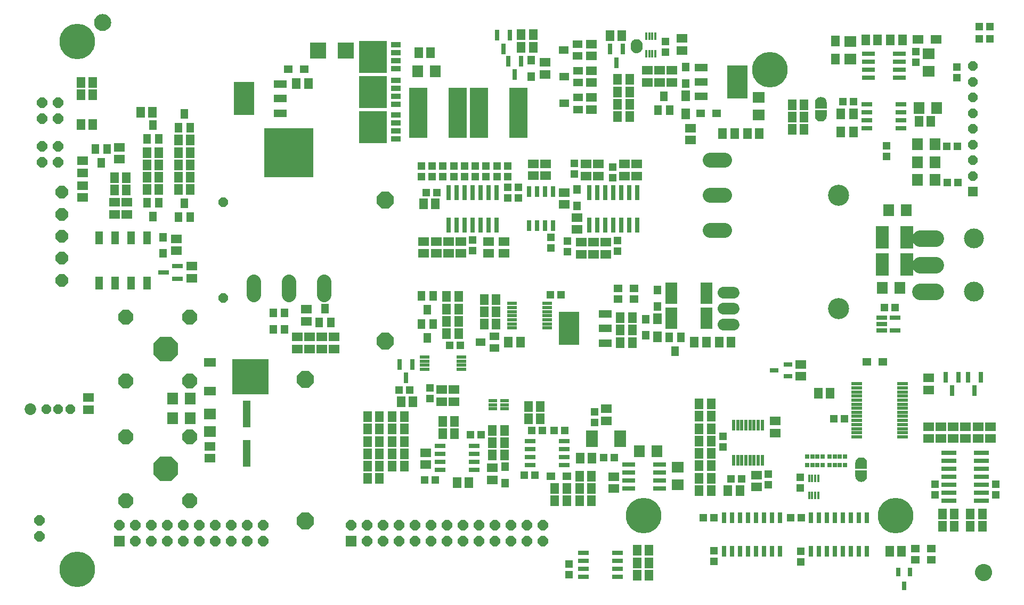
<source format=gts>
G75*
%MOIN*%
%OFA0B0*%
%FSLAX25Y25*%
%IPPOS*%
%LPD*%
%AMOC8*
5,1,8,0,0,1.08239X$1,22.5*
%
%ADD10R,0.05324X0.06506*%
%ADD11R,0.04931X0.04537*%
%ADD12R,0.05718X0.06506*%
%ADD13R,0.06506X0.05718*%
%ADD14C,0.09450*%
%ADD15C,0.13198*%
%ADD16R,0.04537X0.04931*%
%ADD17R,0.05324X0.04537*%
%ADD18R,0.04537X0.05324*%
%ADD19R,0.08100X0.05100*%
%ADD20R,0.13100X0.20600*%
%ADD21R,0.06112X0.04537*%
%ADD22R,0.06702X0.02962*%
%ADD23R,0.04537X0.06112*%
%ADD24C,0.07200*%
%ADD25R,0.07687X0.06899*%
%ADD26R,0.07687X0.13198*%
%ADD27R,0.06899X0.07698*%
%ADD28R,0.11400X0.31400*%
%ADD29OC8,0.07687*%
%ADD30R,0.07400X0.02500*%
%ADD31R,0.01978X0.06899*%
%ADD32R,0.02800X0.06600*%
%ADD33R,0.05800X0.02800*%
%ADD34R,0.08400X0.02800*%
%ADD35R,0.06899X0.07687*%
%ADD36R,0.07100X0.02300*%
%ADD37OC8,0.09200*%
%ADD38OC8,0.15600*%
%ADD39R,0.09261X0.02962*%
%ADD40R,0.04537X0.08474*%
%ADD41R,0.23041X0.22254*%
%ADD42R,0.07293X0.05718*%
%ADD43R,0.06600X0.02800*%
%ADD44R,0.05200X0.02000*%
%ADD45OC8,0.06506*%
%ADD46R,0.01500X0.05100*%
%ADD47R,0.03000X0.06700*%
%ADD48C,0.00100*%
%ADD49C,0.08850*%
%ADD50R,0.30600X0.30600*%
%ADD51OC8,0.05915*%
%ADD52C,0.07293*%
%ADD53R,0.06400X0.02000*%
%ADD54OC8,0.06000*%
%ADD55OC8,0.10600*%
%ADD56R,0.06506X0.05324*%
%ADD57R,0.06506X0.06506*%
%ADD58R,0.02800X0.05800*%
%ADD59R,0.05915X0.05915*%
%ADD60C,0.10293*%
%ADD61C,0.12411*%
%ADD62R,0.02569X0.03159*%
%ADD63C,0.00500*%
%ADD64R,0.08080X0.13986*%
%ADD65R,0.04900X0.16600*%
%ADD66R,0.02962X0.09261*%
%ADD67R,0.02962X0.06702*%
%ADD68R,0.06112X0.03356*%
%ADD69R,0.17529X0.20285*%
%ADD70R,0.10049X0.10049*%
%ADD71C,0.22254*%
D10*
X0471410Y0243154D03*
X0471410Y0254571D03*
X0586160Y0371404D03*
X0593910Y0371404D03*
X0593910Y0382821D03*
X0586160Y0382821D03*
X0582660Y0417154D03*
X0582660Y0428571D03*
X0489160Y0394071D03*
X0489160Y0382654D03*
D11*
X0587314Y0390362D03*
X0594007Y0390362D03*
X0614660Y0362959D03*
X0614660Y0356266D03*
X0658660Y0405516D03*
X0658660Y0412209D03*
X0620007Y0261362D03*
X0613314Y0261362D03*
X0588507Y0191862D03*
X0581814Y0191862D03*
X0524007Y0154112D03*
X0517314Y0154112D03*
X0506757Y0129862D03*
X0500064Y0129862D03*
X0554814Y0129862D03*
X0561507Y0129862D03*
X0444257Y0167612D03*
X0437564Y0167612D03*
X0413257Y0184612D03*
X0406564Y0184612D03*
X0399257Y0184612D03*
X0392564Y0184612D03*
X0361007Y0181862D03*
X0354314Y0181862D03*
X0388064Y0156362D03*
X0394757Y0156362D03*
X0332257Y0153362D03*
X0325564Y0153362D03*
X0316507Y0209862D03*
X0309814Y0209862D03*
X0341314Y0237862D03*
X0348007Y0237862D03*
X0404314Y0269612D03*
X0411007Y0269612D03*
X0377660Y0330266D03*
X0377660Y0336959D03*
X0377660Y0343516D03*
X0370910Y0343516D03*
X0364160Y0343516D03*
X0364160Y0350209D03*
X0370910Y0350209D03*
X0377660Y0350209D03*
X0350660Y0350209D03*
X0343910Y0350209D03*
X0337160Y0350209D03*
X0330410Y0350209D03*
X0323660Y0350209D03*
X0323660Y0343516D03*
X0330410Y0343516D03*
X0337160Y0343516D03*
X0343910Y0343516D03*
X0350660Y0343516D03*
D12*
X0332400Y0326362D03*
X0324920Y0326362D03*
X0339420Y0268362D03*
X0346900Y0268362D03*
X0346900Y0260612D03*
X0339420Y0260612D03*
X0339420Y0252862D03*
X0346900Y0252862D03*
X0346900Y0245112D03*
X0339420Y0245112D03*
X0362920Y0251112D03*
X0370400Y0251112D03*
X0370400Y0258862D03*
X0362920Y0258862D03*
X0362920Y0266612D03*
X0370400Y0266612D03*
X0378170Y0239862D03*
X0385650Y0239862D03*
X0390670Y0199612D03*
X0398150Y0199612D03*
X0398150Y0191862D03*
X0390670Y0191862D03*
X0375650Y0184612D03*
X0368170Y0184612D03*
X0368170Y0176862D03*
X0375650Y0176862D03*
X0375650Y0169112D03*
X0368170Y0169112D03*
X0353400Y0151862D03*
X0345920Y0151862D03*
X0312900Y0162112D03*
X0305420Y0162112D03*
X0297400Y0162112D03*
X0289920Y0162112D03*
X0289920Y0154362D03*
X0297400Y0154362D03*
X0297400Y0169862D03*
X0289920Y0169862D03*
X0289920Y0177612D03*
X0297400Y0177612D03*
X0305420Y0177612D03*
X0312900Y0177612D03*
X0312900Y0169862D03*
X0305420Y0169862D03*
X0305420Y0185362D03*
X0312900Y0185362D03*
X0312900Y0193112D03*
X0305420Y0193112D03*
X0297400Y0193112D03*
X0289920Y0193112D03*
X0289920Y0185362D03*
X0297400Y0185362D03*
X0310920Y0202612D03*
X0318400Y0202612D03*
X0336920Y0190112D03*
X0344400Y0190112D03*
X0344400Y0182362D03*
X0336920Y0182362D03*
X0407170Y0148112D03*
X0414650Y0148112D03*
X0422670Y0148112D03*
X0430150Y0148112D03*
X0430150Y0140362D03*
X0422670Y0140362D03*
X0414650Y0140362D03*
X0407170Y0140362D03*
X0422670Y0155862D03*
X0430150Y0155862D03*
X0430400Y0167112D03*
X0422920Y0167112D03*
X0497420Y0170112D03*
X0504900Y0170112D03*
X0504900Y0177862D03*
X0497420Y0177862D03*
X0497420Y0185612D03*
X0504900Y0185612D03*
X0504900Y0193362D03*
X0497420Y0193362D03*
X0497420Y0201112D03*
X0504900Y0201112D03*
X0504900Y0162362D03*
X0497420Y0162362D03*
X0497420Y0154612D03*
X0504900Y0154612D03*
X0504900Y0146862D03*
X0497420Y0146862D03*
X0515420Y0146862D03*
X0522900Y0146862D03*
X0466150Y0109362D03*
X0458670Y0109362D03*
X0458670Y0101612D03*
X0466150Y0101612D03*
X0466150Y0093862D03*
X0458670Y0093862D03*
X0616670Y0108862D03*
X0624150Y0108862D03*
X0649670Y0124362D03*
X0657150Y0124362D03*
X0657150Y0132112D03*
X0649670Y0132112D03*
X0667170Y0132112D03*
X0674650Y0132112D03*
X0674650Y0124362D03*
X0667170Y0124362D03*
X0579400Y0207862D03*
X0571920Y0207862D03*
X0517400Y0239862D03*
X0509920Y0239862D03*
X0501900Y0239862D03*
X0494420Y0239862D03*
X0455650Y0239612D03*
X0448170Y0239612D03*
X0448170Y0247362D03*
X0455650Y0247362D03*
X0455650Y0255112D03*
X0448170Y0255112D03*
X0512170Y0370612D03*
X0519650Y0370612D03*
X0527670Y0370612D03*
X0535150Y0370612D03*
X0555670Y0373112D03*
X0563150Y0373112D03*
X0563150Y0380862D03*
X0555670Y0380862D03*
X0555670Y0388612D03*
X0563150Y0388612D03*
X0601670Y0429112D03*
X0609150Y0429112D03*
X0617170Y0429112D03*
X0624650Y0429112D03*
X0634920Y0378112D03*
X0642400Y0378112D03*
X0453900Y0381112D03*
X0446420Y0381112D03*
X0446420Y0388862D03*
X0453900Y0388862D03*
X0453900Y0396612D03*
X0446420Y0396612D03*
X0446420Y0404362D03*
X0453900Y0404362D03*
X0449150Y0431862D03*
X0441670Y0431862D03*
X0393650Y0432362D03*
X0386170Y0432362D03*
X0386170Y0424612D03*
X0393650Y0424612D03*
X0329400Y0421112D03*
X0321920Y0421112D03*
X0252900Y0401862D03*
X0245420Y0401862D03*
X0179150Y0366362D03*
X0171670Y0366362D03*
X0171670Y0358612D03*
X0179150Y0358612D03*
X0179150Y0350862D03*
X0171670Y0350862D03*
X0159400Y0350862D03*
X0151920Y0350862D03*
X0151920Y0343112D03*
X0151920Y0335362D03*
X0139150Y0335112D03*
X0131670Y0335112D03*
X0131670Y0342862D03*
X0139150Y0342862D03*
X0159400Y0343112D03*
X0159400Y0335362D03*
X0171670Y0335362D03*
X0179150Y0335362D03*
X0179150Y0343112D03*
X0171670Y0343112D03*
X0159400Y0358612D03*
X0151920Y0358612D03*
X0118150Y0376112D03*
X0110670Y0376112D03*
X0110670Y0394862D03*
X0118150Y0394862D03*
X0118150Y0402612D03*
X0110670Y0402612D03*
X0147920Y0383862D03*
X0155400Y0383862D03*
D13*
X0134660Y0361852D03*
X0134660Y0354372D03*
X0111660Y0353352D03*
X0111660Y0345872D03*
X0111660Y0337852D03*
X0111660Y0330372D03*
X0131660Y0327352D03*
X0139410Y0327352D03*
X0139410Y0319872D03*
X0131660Y0319872D03*
X0170410Y0304602D03*
X0170410Y0297122D03*
X0179910Y0287352D03*
X0179910Y0279872D03*
X0245910Y0243102D03*
X0245910Y0235622D03*
X0253660Y0235622D03*
X0253660Y0243102D03*
X0261410Y0243102D03*
X0261410Y0235622D03*
X0269160Y0235622D03*
X0269160Y0243102D03*
X0251660Y0252872D03*
X0251660Y0260352D03*
X0325160Y0295372D03*
X0325160Y0302852D03*
X0332910Y0302852D03*
X0340660Y0302852D03*
X0348410Y0302852D03*
X0348410Y0295372D03*
X0340660Y0295372D03*
X0332910Y0295372D03*
X0365660Y0295372D03*
X0375410Y0295372D03*
X0375410Y0302852D03*
X0365660Y0302852D03*
X0413160Y0326122D03*
X0413160Y0333602D03*
X0401410Y0344122D03*
X0401410Y0351602D03*
X0393660Y0351602D03*
X0393660Y0344122D03*
X0426660Y0343872D03*
X0426660Y0351352D03*
X0434410Y0351352D03*
X0434410Y0343872D03*
X0450660Y0343872D03*
X0450660Y0351352D03*
X0458410Y0351352D03*
X0458410Y0343872D03*
X0492160Y0366372D03*
X0492160Y0373852D03*
X0480410Y0402622D03*
X0472660Y0402622D03*
X0464910Y0402622D03*
X0464910Y0410102D03*
X0472660Y0410102D03*
X0480410Y0410102D03*
X0486660Y0422622D03*
X0486660Y0430102D03*
X0430160Y0426602D03*
X0430160Y0419122D03*
X0430160Y0409852D03*
X0430160Y0402372D03*
X0430160Y0393102D03*
X0430160Y0385622D03*
X0400910Y0407622D03*
X0400910Y0415102D03*
X0420910Y0317852D03*
X0420910Y0310372D03*
X0423660Y0302352D03*
X0431410Y0302352D03*
X0439160Y0302352D03*
X0439160Y0294872D03*
X0431410Y0294872D03*
X0423660Y0294872D03*
X0344160Y0210102D03*
X0344160Y0202622D03*
X0336410Y0202622D03*
X0336410Y0210102D03*
X0326410Y0170602D03*
X0326410Y0163122D03*
X0367910Y0161102D03*
X0367910Y0153622D03*
X0439410Y0190622D03*
X0439410Y0198102D03*
X0443910Y0155602D03*
X0443910Y0148122D03*
X0533410Y0149122D03*
X0533410Y0156602D03*
X0544910Y0182872D03*
X0544910Y0190352D03*
X0561160Y0218372D03*
X0561160Y0225852D03*
X0641160Y0217352D03*
X0641160Y0209872D03*
X0640910Y0186852D03*
X0640910Y0179372D03*
X0648660Y0179372D03*
X0648660Y0186852D03*
X0656410Y0186852D03*
X0656410Y0179372D03*
X0664160Y0179372D03*
X0664160Y0186852D03*
X0671910Y0186852D03*
X0671910Y0179372D03*
X0679660Y0179372D03*
X0679660Y0186852D03*
X0191410Y0174602D03*
X0191410Y0167122D03*
X0115410Y0197492D03*
X0115410Y0204972D03*
D14*
X0504420Y0309768D02*
X0513270Y0309768D01*
X0513270Y0331768D02*
X0504420Y0331768D01*
X0504420Y0353768D02*
X0513270Y0353768D01*
D15*
X0584845Y0331768D03*
X0584845Y0260902D03*
X0108467Y0097516D03*
X0108467Y0428224D03*
D16*
X0326814Y0333612D03*
X0333507Y0333612D03*
X0357410Y0343516D03*
X0357410Y0350209D03*
X0384410Y0336959D03*
X0384410Y0330266D03*
X0419410Y0345016D03*
X0419410Y0351709D03*
X0443410Y0349459D03*
X0443410Y0342766D03*
X0446410Y0303459D03*
X0446410Y0296766D03*
X0414910Y0296516D03*
X0414910Y0303209D03*
X0404660Y0305459D03*
X0404660Y0298766D03*
X0355660Y0297266D03*
X0355660Y0303959D03*
X0329160Y0211209D03*
X0329160Y0204516D03*
X0432160Y0196209D03*
X0432160Y0189516D03*
X0512410Y0180709D03*
X0512410Y0174016D03*
X0540660Y0157209D03*
X0540660Y0150516D03*
X0560660Y0148516D03*
X0560660Y0155209D03*
X0561160Y0108959D03*
X0561160Y0102266D03*
X0506660Y0102516D03*
X0506660Y0109209D03*
X0415910Y0100959D03*
X0415910Y0094266D03*
X0644910Y0144016D03*
X0644910Y0150709D03*
X0683160Y0150709D03*
X0683160Y0144016D03*
X0659507Y0339862D03*
X0652814Y0339862D03*
X0652314Y0362362D03*
X0659007Y0362362D03*
X0633160Y0415016D03*
X0633160Y0421709D03*
X0672564Y0429862D03*
X0679257Y0429862D03*
X0679257Y0437362D03*
X0672564Y0437362D03*
X0476260Y0428059D03*
X0476260Y0421366D03*
D17*
X0498292Y0383112D03*
X0508528Y0383112D03*
X0456778Y0273612D03*
X0456778Y0266862D03*
X0446542Y0266862D03*
X0446542Y0273612D03*
X0602292Y0227612D03*
X0612528Y0227612D03*
X0632542Y0110362D03*
X0642778Y0110362D03*
X0642778Y0103362D03*
X0632542Y0103362D03*
X0414778Y0155862D03*
X0404542Y0155862D03*
X0250528Y0410862D03*
X0240292Y0410862D03*
D18*
X0392410Y0406244D03*
X0392410Y0416480D03*
X0489160Y0411980D03*
X0489160Y0401744D03*
X0421160Y0335480D03*
X0421160Y0325244D03*
X0471410Y0272480D03*
X0471410Y0262244D03*
X0463910Y0254230D03*
X0463910Y0243994D03*
X0376160Y0161730D03*
X0376160Y0151494D03*
X0237910Y0247744D03*
X0230910Y0247744D03*
X0230910Y0257980D03*
X0237910Y0257980D03*
X0162160Y0295364D03*
X0162160Y0305600D03*
D19*
X0235510Y0383262D03*
X0235510Y0392362D03*
X0235510Y0401462D03*
X0438760Y0257462D03*
X0438760Y0248362D03*
X0438760Y0239262D03*
X0498560Y0393762D03*
X0498560Y0402862D03*
X0498560Y0411962D03*
D20*
X0521260Y0402862D03*
X0416060Y0248362D03*
X0212810Y0392362D03*
D21*
X0413079Y0389362D03*
X0421741Y0385622D03*
X0421741Y0393102D03*
X0421741Y0402372D03*
X0413079Y0406112D03*
X0421741Y0409852D03*
X0421491Y0419122D03*
X0421491Y0426602D03*
X0412829Y0422862D03*
X0369491Y0243602D03*
X0369491Y0236122D03*
X0360829Y0239862D03*
D22*
X0356540Y0174882D03*
X0356540Y0169882D03*
X0356540Y0164882D03*
X0356540Y0159882D03*
X0335280Y0159882D03*
X0335280Y0164882D03*
X0335280Y0169882D03*
X0335280Y0174882D03*
X0391780Y0172882D03*
X0391780Y0177882D03*
X0391780Y0167882D03*
X0391780Y0162882D03*
X0413040Y0162882D03*
X0413040Y0167882D03*
X0413040Y0172882D03*
X0413040Y0177882D03*
X0425030Y0107882D03*
X0425030Y0102882D03*
X0425030Y0097882D03*
X0425030Y0092882D03*
X0446290Y0092882D03*
X0446290Y0097882D03*
X0446290Y0102882D03*
X0446290Y0107882D03*
X0602530Y0373843D03*
X0602530Y0378843D03*
X0602530Y0383843D03*
X0602530Y0388843D03*
X0623790Y0388843D03*
X0623790Y0383843D03*
X0623790Y0378843D03*
X0623790Y0373843D03*
D23*
X0479150Y0385281D03*
X0471670Y0385281D03*
X0475410Y0393943D03*
X0331150Y0268693D03*
X0323670Y0268693D03*
X0327410Y0260031D03*
X0323670Y0251193D03*
X0331150Y0251193D03*
X0327410Y0242531D03*
X0267150Y0252281D03*
X0259670Y0252281D03*
X0263410Y0260943D03*
X0179150Y0318281D03*
X0171670Y0318281D03*
X0175410Y0326943D03*
X0159400Y0327193D03*
X0151920Y0327193D03*
X0155660Y0318531D03*
X0123410Y0352281D03*
X0119670Y0360943D03*
X0127150Y0360943D03*
X0151920Y0367031D03*
X0159400Y0367031D03*
X0155660Y0375693D03*
X0171670Y0374281D03*
X0179150Y0374281D03*
X0175410Y0382943D03*
X0478670Y0242943D03*
X0486150Y0242943D03*
X0482410Y0234281D03*
D24*
X0512545Y0250902D02*
X0519145Y0250902D01*
X0519145Y0260902D02*
X0512545Y0260902D01*
X0512545Y0270902D02*
X0519145Y0270902D01*
D25*
X0484160Y0161374D03*
X0484160Y0150350D03*
X0191410Y0183850D03*
X0191410Y0194874D03*
X0534660Y0382100D03*
X0534660Y0393124D03*
X0591910Y0417100D03*
X0591910Y0428124D03*
X0641160Y0420374D03*
X0641160Y0409350D03*
D26*
X0501934Y0270372D03*
X0501934Y0254872D03*
X0479886Y0254872D03*
X0479886Y0270372D03*
D27*
X0332509Y0409362D03*
X0321312Y0409362D03*
D28*
X0321860Y0383612D03*
X0346460Y0383612D03*
X0359860Y0383612D03*
X0384460Y0383612D03*
D29*
X0098625Y0333736D03*
X0098625Y0319957D03*
X0098625Y0306177D03*
X0098625Y0292398D03*
X0098625Y0278618D03*
D30*
X0430360Y0183162D03*
X0430360Y0180662D03*
X0430360Y0178062D03*
X0430360Y0175562D03*
X0447960Y0175562D03*
X0447960Y0178062D03*
X0447960Y0180662D03*
X0447960Y0183162D03*
D31*
X0519052Y0187886D03*
X0521611Y0187886D03*
X0524170Y0187886D03*
X0526729Y0187886D03*
X0529288Y0187886D03*
X0531847Y0187886D03*
X0534406Y0187886D03*
X0536965Y0187886D03*
X0536965Y0165839D03*
X0534406Y0165839D03*
X0531847Y0165839D03*
X0529288Y0165839D03*
X0526729Y0165839D03*
X0524170Y0165839D03*
X0521611Y0165839D03*
X0519052Y0165839D03*
D32*
X0651660Y0217862D03*
X0659660Y0217862D03*
X0665660Y0217862D03*
X0673660Y0217862D03*
X0669660Y0209362D03*
X0655660Y0209362D03*
X0382160Y0407362D03*
X0378160Y0415862D03*
X0386160Y0415862D03*
X0374910Y0423612D03*
X0370910Y0432112D03*
X0378910Y0432112D03*
X0441660Y0423362D03*
X0449660Y0423362D03*
X0445660Y0414862D03*
X0317910Y0225862D03*
X0309910Y0225862D03*
X0313910Y0217362D03*
D33*
X0544360Y0222112D03*
X0552960Y0218412D03*
X0552960Y0225812D03*
D34*
X0472860Y0163112D03*
X0472860Y0158112D03*
X0472860Y0153112D03*
X0472860Y0148112D03*
X0453460Y0148112D03*
X0453460Y0153112D03*
X0453460Y0158112D03*
X0453460Y0163112D03*
X0603460Y0405612D03*
X0603460Y0410612D03*
X0603460Y0415612D03*
X0603460Y0420612D03*
X0622860Y0420612D03*
X0622860Y0415612D03*
X0622860Y0410612D03*
X0622860Y0405612D03*
D35*
X0635148Y0386612D03*
X0646172Y0386612D03*
X0645172Y0363862D03*
X0634148Y0363862D03*
X0634148Y0352612D03*
X0645172Y0352612D03*
X0645172Y0341362D03*
X0634148Y0341362D03*
X0626922Y0322362D03*
X0615898Y0322362D03*
X0612148Y0273862D03*
X0623172Y0273862D03*
X0470922Y0171362D03*
X0459898Y0171362D03*
X0178922Y0192112D03*
X0167898Y0192112D03*
X0167898Y0204362D03*
X0178922Y0204362D03*
D36*
X0596110Y0203512D03*
X0596110Y0200912D03*
X0596110Y0198412D03*
X0596110Y0195812D03*
X0596110Y0193312D03*
X0596110Y0190712D03*
X0596110Y0188112D03*
X0596110Y0185612D03*
X0596110Y0183012D03*
X0596110Y0180512D03*
X0624710Y0180512D03*
X0624710Y0183012D03*
X0624710Y0185612D03*
X0624710Y0188112D03*
X0624710Y0190712D03*
X0624710Y0193312D03*
X0624710Y0195812D03*
X0624710Y0198412D03*
X0624710Y0200912D03*
X0624710Y0203512D03*
X0624710Y0206112D03*
X0624710Y0208612D03*
X0624710Y0211212D03*
X0624710Y0213712D03*
X0596110Y0213712D03*
X0596110Y0211212D03*
X0596110Y0208612D03*
X0596110Y0206112D03*
D37*
X0178546Y0215508D03*
X0138546Y0215508D03*
X0138546Y0180508D03*
X0178546Y0180508D03*
X0178546Y0140508D03*
X0138546Y0140508D03*
X0138546Y0255508D03*
X0178546Y0255508D03*
D38*
X0163585Y0235508D03*
X0163585Y0160508D03*
D39*
X0653710Y0160612D03*
X0653710Y0155612D03*
X0653710Y0150612D03*
X0653710Y0145612D03*
X0653710Y0140612D03*
X0674110Y0140612D03*
X0674110Y0145612D03*
X0674110Y0150612D03*
X0674110Y0155612D03*
X0674110Y0160612D03*
X0674110Y0165612D03*
X0674110Y0170612D03*
X0653710Y0170612D03*
X0653710Y0165612D03*
D40*
X0152160Y0276809D03*
X0142160Y0276809D03*
X0132160Y0276809D03*
X0122160Y0276809D03*
X0122160Y0305156D03*
X0132160Y0305156D03*
X0142160Y0305156D03*
X0152160Y0305156D03*
D41*
X0216770Y0218112D03*
D42*
X0191416Y0209116D03*
X0191416Y0227108D03*
D43*
X0171030Y0279612D03*
X0162530Y0283612D03*
X0171030Y0287612D03*
X0611660Y0255112D03*
X0611660Y0251112D03*
X0611660Y0247112D03*
X0620160Y0247112D03*
X0620160Y0255112D03*
D44*
X0375610Y0203212D03*
X0375610Y0200612D03*
X0375610Y0198012D03*
X0368210Y0198012D03*
X0368210Y0200612D03*
X0368210Y0203212D03*
D45*
X0369806Y0125075D03*
X0379806Y0125075D03*
X0389806Y0125075D03*
X0399806Y0125075D03*
X0399806Y0115075D03*
X0389806Y0115075D03*
X0379806Y0115075D03*
X0369806Y0115075D03*
X0359806Y0115075D03*
X0349806Y0115075D03*
X0349806Y0125075D03*
X0359806Y0125075D03*
X0339806Y0125075D03*
X0329806Y0125075D03*
X0319806Y0125075D03*
X0319806Y0115075D03*
X0329806Y0115075D03*
X0339806Y0115075D03*
X0309806Y0115075D03*
X0299806Y0115075D03*
X0289806Y0115075D03*
X0289806Y0125075D03*
X0299806Y0125075D03*
X0309806Y0125075D03*
X0279806Y0125075D03*
X0224609Y0125075D03*
X0214609Y0125075D03*
X0204609Y0125075D03*
X0194609Y0125075D03*
X0184609Y0125075D03*
X0174609Y0125075D03*
X0164609Y0125075D03*
X0154609Y0125075D03*
X0144609Y0125075D03*
X0134609Y0125075D03*
X0144609Y0115075D03*
X0154609Y0115075D03*
X0164609Y0115075D03*
X0174609Y0115075D03*
X0184609Y0115075D03*
X0194609Y0115075D03*
X0204609Y0115075D03*
X0214609Y0115075D03*
X0224609Y0115075D03*
X0084845Y0118106D03*
X0084845Y0128106D03*
X0086341Y0352358D03*
X0096341Y0352358D03*
X0096341Y0362358D03*
X0086341Y0362358D03*
X0086341Y0379917D03*
X0096341Y0379917D03*
X0096341Y0389917D03*
X0086341Y0389917D03*
D46*
X0464257Y0420512D03*
X0466226Y0420512D03*
X0468194Y0420512D03*
X0470163Y0420512D03*
X0470163Y0431312D03*
X0468194Y0431312D03*
X0466226Y0431312D03*
X0464257Y0431312D03*
X0566207Y0154512D03*
X0568176Y0154512D03*
X0570144Y0154512D03*
X0572113Y0154512D03*
X0572113Y0143712D03*
X0570144Y0143712D03*
X0568176Y0143712D03*
X0566207Y0143712D03*
D47*
X0567410Y0129962D03*
X0572410Y0129962D03*
X0577410Y0129962D03*
X0582410Y0129962D03*
X0587410Y0129962D03*
X0592410Y0129962D03*
X0597410Y0129962D03*
X0602410Y0129962D03*
X0602410Y0108762D03*
X0597410Y0108762D03*
X0592410Y0108762D03*
X0587410Y0108762D03*
X0582410Y0108762D03*
X0577410Y0108762D03*
X0572410Y0108762D03*
X0567410Y0108762D03*
X0547910Y0108762D03*
X0542910Y0108762D03*
X0537910Y0108762D03*
X0532910Y0108762D03*
X0527910Y0108762D03*
X0522910Y0108762D03*
X0517910Y0108762D03*
X0512910Y0108762D03*
X0512910Y0129962D03*
X0517910Y0129962D03*
X0522910Y0129962D03*
X0527910Y0129962D03*
X0532910Y0129962D03*
X0537910Y0129962D03*
X0542910Y0129962D03*
X0547910Y0129962D03*
D48*
X0595427Y0154773D02*
X0595750Y0154168D01*
X0596185Y0153637D01*
X0596716Y0153202D01*
X0597321Y0152879D01*
X0597977Y0152679D01*
X0598660Y0152612D01*
X0599343Y0152679D01*
X0599999Y0152879D01*
X0600605Y0153202D01*
X0601135Y0153637D01*
X0601570Y0154168D01*
X0601894Y0154773D01*
X0602093Y0155429D01*
X0602160Y0156112D01*
X0602160Y0159362D01*
X0595160Y0159362D01*
X0595160Y0156112D01*
X0595227Y0155429D01*
X0595427Y0154773D01*
X0595428Y0154770D02*
X0601892Y0154770D01*
X0601923Y0154868D02*
X0595398Y0154868D01*
X0595368Y0154967D02*
X0601953Y0154967D01*
X0601982Y0155065D02*
X0595338Y0155065D01*
X0595308Y0155164D02*
X0602012Y0155164D01*
X0602042Y0155262D02*
X0595278Y0155262D01*
X0595248Y0155361D02*
X0602072Y0155361D01*
X0602096Y0155459D02*
X0595224Y0155459D01*
X0595215Y0155558D02*
X0602105Y0155558D01*
X0602115Y0155656D02*
X0595205Y0155656D01*
X0595195Y0155755D02*
X0602125Y0155755D01*
X0602135Y0155853D02*
X0595186Y0155853D01*
X0595176Y0155952D02*
X0602144Y0155952D01*
X0602154Y0156050D02*
X0595166Y0156050D01*
X0595160Y0156149D02*
X0602160Y0156149D01*
X0602160Y0156247D02*
X0595160Y0156247D01*
X0595160Y0156346D02*
X0602160Y0156346D01*
X0602160Y0156444D02*
X0595160Y0156444D01*
X0595160Y0156543D02*
X0602160Y0156543D01*
X0602160Y0156641D02*
X0595160Y0156641D01*
X0595160Y0156740D02*
X0602160Y0156740D01*
X0602160Y0156839D02*
X0595160Y0156839D01*
X0595160Y0156937D02*
X0602160Y0156937D01*
X0602160Y0157036D02*
X0595160Y0157036D01*
X0595160Y0157134D02*
X0602160Y0157134D01*
X0602160Y0157233D02*
X0595160Y0157233D01*
X0595160Y0157331D02*
X0602160Y0157331D01*
X0602160Y0157430D02*
X0595160Y0157430D01*
X0595160Y0157528D02*
X0602160Y0157528D01*
X0602160Y0157627D02*
X0595160Y0157627D01*
X0595160Y0157725D02*
X0602160Y0157725D01*
X0602160Y0157824D02*
X0595160Y0157824D01*
X0595160Y0157922D02*
X0602160Y0157922D01*
X0602160Y0158021D02*
X0595160Y0158021D01*
X0595160Y0158119D02*
X0602160Y0158119D01*
X0602160Y0158218D02*
X0595160Y0158218D01*
X0595160Y0158316D02*
X0602160Y0158316D01*
X0602160Y0158415D02*
X0595160Y0158415D01*
X0595160Y0158513D02*
X0602160Y0158513D01*
X0602160Y0158612D02*
X0595160Y0158612D01*
X0595160Y0158710D02*
X0602160Y0158710D01*
X0602160Y0158809D02*
X0595160Y0158809D01*
X0595160Y0158907D02*
X0602160Y0158907D01*
X0602160Y0159006D02*
X0595160Y0159006D01*
X0595160Y0159104D02*
X0602160Y0159104D01*
X0602160Y0159203D02*
X0595160Y0159203D01*
X0595160Y0159301D02*
X0602160Y0159301D01*
X0602160Y0160862D02*
X0595160Y0160862D01*
X0595160Y0164112D01*
X0595227Y0164795D01*
X0595427Y0165452D01*
X0595750Y0166057D01*
X0596185Y0166587D01*
X0596716Y0167022D01*
X0597321Y0167346D01*
X0597977Y0167545D01*
X0598660Y0167612D01*
X0599343Y0167545D01*
X0599999Y0167346D01*
X0600605Y0167022D01*
X0601135Y0166587D01*
X0601570Y0166057D01*
X0601894Y0165452D01*
X0602093Y0164795D01*
X0602160Y0164112D01*
X0602160Y0160862D01*
X0602160Y0160877D02*
X0595160Y0160877D01*
X0595160Y0160976D02*
X0602160Y0160976D01*
X0602160Y0161074D02*
X0595160Y0161074D01*
X0595160Y0161173D02*
X0602160Y0161173D01*
X0602160Y0161272D02*
X0595160Y0161272D01*
X0595160Y0161370D02*
X0602160Y0161370D01*
X0602160Y0161469D02*
X0595160Y0161469D01*
X0595160Y0161567D02*
X0602160Y0161567D01*
X0602160Y0161666D02*
X0595160Y0161666D01*
X0595160Y0161764D02*
X0602160Y0161764D01*
X0602160Y0161863D02*
X0595160Y0161863D01*
X0595160Y0161961D02*
X0602160Y0161961D01*
X0602160Y0162060D02*
X0595160Y0162060D01*
X0595160Y0162158D02*
X0602160Y0162158D01*
X0602160Y0162257D02*
X0595160Y0162257D01*
X0595160Y0162355D02*
X0602160Y0162355D01*
X0602160Y0162454D02*
X0595160Y0162454D01*
X0595160Y0162552D02*
X0602160Y0162552D01*
X0602160Y0162651D02*
X0595160Y0162651D01*
X0595160Y0162749D02*
X0602160Y0162749D01*
X0602160Y0162848D02*
X0595160Y0162848D01*
X0595160Y0162946D02*
X0602160Y0162946D01*
X0602160Y0163045D02*
X0595160Y0163045D01*
X0595160Y0163143D02*
X0602160Y0163143D01*
X0602160Y0163242D02*
X0595160Y0163242D01*
X0595160Y0163340D02*
X0602160Y0163340D01*
X0602160Y0163439D02*
X0595160Y0163439D01*
X0595160Y0163537D02*
X0602160Y0163537D01*
X0602160Y0163636D02*
X0595160Y0163636D01*
X0595160Y0163734D02*
X0602160Y0163734D01*
X0602160Y0163833D02*
X0595160Y0163833D01*
X0595160Y0163931D02*
X0602160Y0163931D01*
X0602160Y0164030D02*
X0595160Y0164030D01*
X0595162Y0164128D02*
X0602159Y0164128D01*
X0602149Y0164227D02*
X0595171Y0164227D01*
X0595181Y0164325D02*
X0602139Y0164325D01*
X0602129Y0164424D02*
X0595191Y0164424D01*
X0595201Y0164522D02*
X0602120Y0164522D01*
X0602110Y0164621D02*
X0595210Y0164621D01*
X0595220Y0164719D02*
X0602100Y0164719D01*
X0602086Y0164818D02*
X0595234Y0164818D01*
X0595264Y0164916D02*
X0602056Y0164916D01*
X0602026Y0165015D02*
X0595294Y0165015D01*
X0595324Y0165113D02*
X0601996Y0165113D01*
X0601966Y0165212D02*
X0595354Y0165212D01*
X0595384Y0165310D02*
X0601936Y0165310D01*
X0601907Y0165409D02*
X0595414Y0165409D01*
X0595456Y0165508D02*
X0601864Y0165508D01*
X0601811Y0165606D02*
X0595509Y0165606D01*
X0595562Y0165705D02*
X0601758Y0165705D01*
X0601706Y0165803D02*
X0595614Y0165803D01*
X0595667Y0165902D02*
X0601653Y0165902D01*
X0601601Y0166000D02*
X0595720Y0166000D01*
X0595784Y0166099D02*
X0601536Y0166099D01*
X0601455Y0166197D02*
X0595865Y0166197D01*
X0595946Y0166296D02*
X0601374Y0166296D01*
X0601293Y0166394D02*
X0596027Y0166394D01*
X0596108Y0166493D02*
X0601213Y0166493D01*
X0601130Y0166591D02*
X0596190Y0166591D01*
X0596310Y0166690D02*
X0601010Y0166690D01*
X0600890Y0166788D02*
X0596430Y0166788D01*
X0596550Y0166887D02*
X0600770Y0166887D01*
X0600650Y0166985D02*
X0596670Y0166985D01*
X0596830Y0167084D02*
X0600490Y0167084D01*
X0600306Y0167182D02*
X0597015Y0167182D01*
X0597199Y0167281D02*
X0600121Y0167281D01*
X0599889Y0167379D02*
X0597431Y0167379D01*
X0597756Y0167478D02*
X0599565Y0167478D01*
X0599025Y0167576D02*
X0598295Y0167576D01*
X0595481Y0154671D02*
X0601839Y0154671D01*
X0601787Y0154573D02*
X0595533Y0154573D01*
X0595586Y0154474D02*
X0601734Y0154474D01*
X0601681Y0154376D02*
X0595639Y0154376D01*
X0595691Y0154277D02*
X0601629Y0154277D01*
X0601576Y0154179D02*
X0595744Y0154179D01*
X0595822Y0154080D02*
X0601498Y0154080D01*
X0601418Y0153982D02*
X0595903Y0153982D01*
X0595983Y0153883D02*
X0601337Y0153883D01*
X0601256Y0153785D02*
X0596064Y0153785D01*
X0596145Y0153686D02*
X0601175Y0153686D01*
X0601074Y0153588D02*
X0596246Y0153588D01*
X0596366Y0153489D02*
X0600954Y0153489D01*
X0600834Y0153391D02*
X0596486Y0153391D01*
X0596606Y0153292D02*
X0600714Y0153292D01*
X0600589Y0153194D02*
X0596731Y0153194D01*
X0596916Y0153095D02*
X0600404Y0153095D01*
X0600220Y0152997D02*
X0597100Y0152997D01*
X0597284Y0152898D02*
X0600036Y0152898D01*
X0599739Y0152800D02*
X0597581Y0152800D01*
X0597906Y0152701D02*
X0599414Y0152701D01*
X0574093Y0378429D02*
X0574749Y0378629D01*
X0575355Y0378952D01*
X0575885Y0379387D01*
X0576320Y0379918D01*
X0576644Y0380523D01*
X0576843Y0381179D01*
X0576910Y0381862D01*
X0576910Y0385112D01*
X0569910Y0385112D01*
X0569910Y0381862D01*
X0569977Y0381179D01*
X0570177Y0380523D01*
X0570500Y0379918D01*
X0570935Y0379387D01*
X0571466Y0378952D01*
X0572071Y0378629D01*
X0572727Y0378429D01*
X0573410Y0378362D01*
X0574093Y0378429D01*
X0574289Y0378489D02*
X0572531Y0378489D01*
X0572206Y0378587D02*
X0574614Y0378587D01*
X0574857Y0378686D02*
X0571963Y0378686D01*
X0571779Y0378785D02*
X0575041Y0378785D01*
X0575225Y0378883D02*
X0571595Y0378883D01*
X0571430Y0378982D02*
X0575391Y0378982D01*
X0575511Y0379080D02*
X0571310Y0379080D01*
X0571190Y0379179D02*
X0575631Y0379179D01*
X0575751Y0379277D02*
X0571070Y0379277D01*
X0570950Y0379376D02*
X0575871Y0379376D01*
X0575956Y0379474D02*
X0570864Y0379474D01*
X0570783Y0379573D02*
X0576037Y0379573D01*
X0576118Y0379671D02*
X0570702Y0379671D01*
X0570621Y0379770D02*
X0576199Y0379770D01*
X0576280Y0379868D02*
X0570541Y0379868D01*
X0570474Y0379967D02*
X0576346Y0379967D01*
X0576399Y0380065D02*
X0570421Y0380065D01*
X0570368Y0380164D02*
X0576452Y0380164D01*
X0576504Y0380262D02*
X0570316Y0380262D01*
X0570263Y0380361D02*
X0576557Y0380361D01*
X0576610Y0380459D02*
X0570211Y0380459D01*
X0570166Y0380558D02*
X0576654Y0380558D01*
X0576684Y0380656D02*
X0570136Y0380656D01*
X0570106Y0380755D02*
X0576714Y0380755D01*
X0576744Y0380853D02*
X0570076Y0380853D01*
X0570046Y0380952D02*
X0576774Y0380952D01*
X0576804Y0381050D02*
X0570017Y0381050D01*
X0569987Y0381149D02*
X0576834Y0381149D01*
X0576850Y0381247D02*
X0569971Y0381247D01*
X0569961Y0381346D02*
X0576859Y0381346D01*
X0576869Y0381444D02*
X0569951Y0381444D01*
X0569942Y0381543D02*
X0576879Y0381543D01*
X0576888Y0381641D02*
X0569932Y0381641D01*
X0569922Y0381740D02*
X0576898Y0381740D01*
X0576908Y0381838D02*
X0569912Y0381838D01*
X0569910Y0381937D02*
X0576910Y0381937D01*
X0576910Y0382035D02*
X0569910Y0382035D01*
X0569910Y0382134D02*
X0576910Y0382134D01*
X0576910Y0382232D02*
X0569910Y0382232D01*
X0569910Y0382331D02*
X0576910Y0382331D01*
X0576910Y0382429D02*
X0569910Y0382429D01*
X0569910Y0382528D02*
X0576910Y0382528D01*
X0576910Y0382626D02*
X0569910Y0382626D01*
X0569910Y0382725D02*
X0576910Y0382725D01*
X0576910Y0382823D02*
X0569910Y0382823D01*
X0569910Y0382922D02*
X0576910Y0382922D01*
X0576910Y0383020D02*
X0569910Y0383020D01*
X0569910Y0383119D02*
X0576910Y0383119D01*
X0576910Y0383218D02*
X0569910Y0383218D01*
X0569910Y0383316D02*
X0576910Y0383316D01*
X0576910Y0383415D02*
X0569910Y0383415D01*
X0569910Y0383513D02*
X0576910Y0383513D01*
X0576910Y0383612D02*
X0569910Y0383612D01*
X0569910Y0383710D02*
X0576910Y0383710D01*
X0576910Y0383809D02*
X0569910Y0383809D01*
X0569910Y0383907D02*
X0576910Y0383907D01*
X0576910Y0384006D02*
X0569910Y0384006D01*
X0569910Y0384104D02*
X0576910Y0384104D01*
X0576910Y0384203D02*
X0569910Y0384203D01*
X0569910Y0384301D02*
X0576910Y0384301D01*
X0576910Y0384400D02*
X0569910Y0384400D01*
X0569910Y0384498D02*
X0576910Y0384498D01*
X0576910Y0384597D02*
X0569910Y0384597D01*
X0569910Y0384695D02*
X0576910Y0384695D01*
X0576910Y0384794D02*
X0569910Y0384794D01*
X0569910Y0384892D02*
X0576910Y0384892D01*
X0576910Y0384991D02*
X0569910Y0384991D01*
X0569910Y0385089D02*
X0576910Y0385089D01*
X0576910Y0386612D02*
X0569910Y0386612D01*
X0569910Y0389862D01*
X0569977Y0390545D01*
X0570177Y0391202D01*
X0570500Y0391807D01*
X0570935Y0392337D01*
X0571466Y0392772D01*
X0572071Y0393096D01*
X0572727Y0393295D01*
X0573410Y0393362D01*
X0574093Y0393295D01*
X0574749Y0393096D01*
X0575355Y0392772D01*
X0575885Y0392337D01*
X0576320Y0391807D01*
X0576644Y0391202D01*
X0576843Y0390545D01*
X0576910Y0389862D01*
X0576910Y0386612D01*
X0576910Y0386665D02*
X0569910Y0386665D01*
X0569910Y0386764D02*
X0576910Y0386764D01*
X0576910Y0386862D02*
X0569910Y0386862D01*
X0569910Y0386961D02*
X0576910Y0386961D01*
X0576910Y0387059D02*
X0569910Y0387059D01*
X0569910Y0387158D02*
X0576910Y0387158D01*
X0576910Y0387256D02*
X0569910Y0387256D01*
X0569910Y0387355D02*
X0576910Y0387355D01*
X0576910Y0387454D02*
X0569910Y0387454D01*
X0569910Y0387552D02*
X0576910Y0387552D01*
X0576910Y0387651D02*
X0569910Y0387651D01*
X0569910Y0387749D02*
X0576910Y0387749D01*
X0576910Y0387848D02*
X0569910Y0387848D01*
X0569910Y0387946D02*
X0576910Y0387946D01*
X0576910Y0388045D02*
X0569910Y0388045D01*
X0569910Y0388143D02*
X0576910Y0388143D01*
X0576910Y0388242D02*
X0569910Y0388242D01*
X0569910Y0388340D02*
X0576910Y0388340D01*
X0576910Y0388439D02*
X0569910Y0388439D01*
X0569910Y0388537D02*
X0576910Y0388537D01*
X0576910Y0388636D02*
X0569910Y0388636D01*
X0569910Y0388734D02*
X0576910Y0388734D01*
X0576910Y0388833D02*
X0569910Y0388833D01*
X0569910Y0388931D02*
X0576910Y0388931D01*
X0576910Y0389030D02*
X0569910Y0389030D01*
X0569910Y0389128D02*
X0576910Y0389128D01*
X0576910Y0389227D02*
X0569910Y0389227D01*
X0569910Y0389325D02*
X0576910Y0389325D01*
X0576910Y0389424D02*
X0569910Y0389424D01*
X0569910Y0389522D02*
X0576910Y0389522D01*
X0576910Y0389621D02*
X0569910Y0389621D01*
X0569910Y0389719D02*
X0576910Y0389719D01*
X0576910Y0389818D02*
X0569910Y0389818D01*
X0569915Y0389916D02*
X0576905Y0389916D01*
X0576895Y0390015D02*
X0569925Y0390015D01*
X0569935Y0390113D02*
X0576885Y0390113D01*
X0576876Y0390212D02*
X0569945Y0390212D01*
X0569954Y0390310D02*
X0576866Y0390310D01*
X0576856Y0390409D02*
X0569964Y0390409D01*
X0569974Y0390507D02*
X0576847Y0390507D01*
X0576824Y0390606D02*
X0569996Y0390606D01*
X0570026Y0390704D02*
X0576795Y0390704D01*
X0576765Y0390803D02*
X0570056Y0390803D01*
X0570085Y0390901D02*
X0576735Y0390901D01*
X0576705Y0391000D02*
X0570115Y0391000D01*
X0570145Y0391098D02*
X0576675Y0391098D01*
X0576645Y0391197D02*
X0570175Y0391197D01*
X0570227Y0391295D02*
X0576594Y0391295D01*
X0576541Y0391394D02*
X0570279Y0391394D01*
X0570332Y0391492D02*
X0576488Y0391492D01*
X0576436Y0391591D02*
X0570385Y0391591D01*
X0570437Y0391689D02*
X0576383Y0391689D01*
X0576330Y0391788D02*
X0570490Y0391788D01*
X0570565Y0391887D02*
X0576255Y0391887D01*
X0576174Y0391985D02*
X0570646Y0391985D01*
X0570727Y0392084D02*
X0576093Y0392084D01*
X0576012Y0392182D02*
X0570808Y0392182D01*
X0570889Y0392281D02*
X0575931Y0392281D01*
X0575834Y0392379D02*
X0570986Y0392379D01*
X0571106Y0392478D02*
X0575714Y0392478D01*
X0575594Y0392576D02*
X0571226Y0392576D01*
X0571347Y0392675D02*
X0575474Y0392675D01*
X0575353Y0392773D02*
X0571467Y0392773D01*
X0571651Y0392872D02*
X0575169Y0392872D01*
X0574985Y0392970D02*
X0571836Y0392970D01*
X0572020Y0393069D02*
X0574800Y0393069D01*
X0574514Y0393167D02*
X0572306Y0393167D01*
X0572631Y0393266D02*
X0574189Y0393266D01*
X0573697Y0378390D02*
X0573123Y0378390D01*
X0461394Y0423273D02*
X0461593Y0423929D01*
X0461660Y0424612D01*
X0461660Y0425362D01*
X0454660Y0425362D01*
X0454660Y0424612D01*
X0454727Y0423929D01*
X0454927Y0423273D01*
X0455250Y0422668D01*
X0455685Y0422137D01*
X0456216Y0421702D01*
X0456821Y0421379D01*
X0457477Y0421179D01*
X0458160Y0421112D01*
X0458843Y0421179D01*
X0459499Y0421379D01*
X0460105Y0421702D01*
X0460635Y0422137D01*
X0461070Y0422668D01*
X0461394Y0423273D01*
X0461405Y0423312D02*
X0454915Y0423312D01*
X0454885Y0423410D02*
X0461435Y0423410D01*
X0461465Y0423509D02*
X0454855Y0423509D01*
X0454825Y0423607D02*
X0461495Y0423607D01*
X0461525Y0423706D02*
X0454795Y0423706D01*
X0454765Y0423804D02*
X0461555Y0423804D01*
X0461585Y0423903D02*
X0454735Y0423903D01*
X0454720Y0424001D02*
X0461600Y0424001D01*
X0461610Y0424100D02*
X0454711Y0424100D01*
X0454701Y0424198D02*
X0461619Y0424198D01*
X0461629Y0424297D02*
X0454691Y0424297D01*
X0454681Y0424395D02*
X0461639Y0424395D01*
X0461648Y0424494D02*
X0454672Y0424494D01*
X0454662Y0424592D02*
X0461658Y0424592D01*
X0461660Y0424691D02*
X0454660Y0424691D01*
X0454660Y0424789D02*
X0461660Y0424789D01*
X0461660Y0424888D02*
X0454660Y0424888D01*
X0454660Y0424986D02*
X0461660Y0424986D01*
X0461660Y0425085D02*
X0454660Y0425085D01*
X0454660Y0425183D02*
X0461660Y0425183D01*
X0461660Y0425282D02*
X0454660Y0425282D01*
X0454660Y0425362D02*
X0461660Y0425362D01*
X0461660Y0426112D01*
X0461593Y0426795D01*
X0461394Y0427452D01*
X0461070Y0428057D01*
X0460635Y0428587D01*
X0460105Y0429022D01*
X0459499Y0429346D01*
X0458843Y0429545D01*
X0458160Y0429612D01*
X0457477Y0429545D01*
X0456821Y0429346D01*
X0456216Y0429022D01*
X0455685Y0428587D01*
X0455250Y0428057D01*
X0454927Y0427452D01*
X0454727Y0426795D01*
X0454660Y0426112D01*
X0454660Y0425362D01*
X0454660Y0425380D02*
X0461660Y0425380D01*
X0461660Y0425479D02*
X0454660Y0425479D01*
X0454660Y0425577D02*
X0461660Y0425577D01*
X0461660Y0425676D02*
X0454660Y0425676D01*
X0454660Y0425774D02*
X0461660Y0425774D01*
X0461660Y0425873D02*
X0454660Y0425873D01*
X0454660Y0425971D02*
X0461660Y0425971D01*
X0461660Y0426070D02*
X0454660Y0426070D01*
X0454666Y0426168D02*
X0461655Y0426168D01*
X0461645Y0426267D02*
X0454675Y0426267D01*
X0454685Y0426365D02*
X0461635Y0426365D01*
X0461625Y0426464D02*
X0454695Y0426464D01*
X0454704Y0426562D02*
X0461616Y0426562D01*
X0461606Y0426661D02*
X0454714Y0426661D01*
X0454724Y0426760D02*
X0461596Y0426760D01*
X0461574Y0426858D02*
X0454746Y0426858D01*
X0454776Y0426957D02*
X0461544Y0426957D01*
X0461514Y0427055D02*
X0454806Y0427055D01*
X0454836Y0427154D02*
X0461484Y0427154D01*
X0461454Y0427252D02*
X0454866Y0427252D01*
X0454896Y0427351D02*
X0461424Y0427351D01*
X0461394Y0427449D02*
X0454926Y0427449D01*
X0454978Y0427548D02*
X0461342Y0427548D01*
X0461290Y0427646D02*
X0455031Y0427646D01*
X0455083Y0427745D02*
X0461237Y0427745D01*
X0461184Y0427843D02*
X0455136Y0427843D01*
X0455188Y0427942D02*
X0461132Y0427942D01*
X0461079Y0428040D02*
X0455241Y0428040D01*
X0455317Y0428139D02*
X0461003Y0428139D01*
X0460922Y0428237D02*
X0455398Y0428237D01*
X0455479Y0428336D02*
X0460841Y0428336D01*
X0460760Y0428434D02*
X0455560Y0428434D01*
X0455641Y0428533D02*
X0460680Y0428533D01*
X0460581Y0428631D02*
X0455739Y0428631D01*
X0455859Y0428730D02*
X0460461Y0428730D01*
X0460341Y0428828D02*
X0455979Y0428828D01*
X0456099Y0428927D02*
X0460221Y0428927D01*
X0460099Y0429025D02*
X0456221Y0429025D01*
X0456405Y0429124D02*
X0459915Y0429124D01*
X0459730Y0429222D02*
X0456590Y0429222D01*
X0456774Y0429321D02*
X0459546Y0429321D01*
X0459257Y0429419D02*
X0457063Y0429419D01*
X0457388Y0429518D02*
X0458932Y0429518D01*
X0461362Y0423213D02*
X0454958Y0423213D01*
X0455011Y0423115D02*
X0461309Y0423115D01*
X0461256Y0423016D02*
X0455064Y0423016D01*
X0455116Y0422918D02*
X0461204Y0422918D01*
X0461151Y0422819D02*
X0455169Y0422819D01*
X0455222Y0422721D02*
X0461098Y0422721D01*
X0461033Y0422622D02*
X0455287Y0422622D01*
X0455368Y0422524D02*
X0460952Y0422524D01*
X0460871Y0422425D02*
X0455449Y0422425D01*
X0455530Y0422327D02*
X0460790Y0422327D01*
X0460709Y0422228D02*
X0455611Y0422228D01*
X0455695Y0422129D02*
X0460625Y0422129D01*
X0460505Y0422031D02*
X0455815Y0422031D01*
X0455935Y0421932D02*
X0460385Y0421932D01*
X0460265Y0421834D02*
X0456055Y0421834D01*
X0456175Y0421735D02*
X0460145Y0421735D01*
X0459983Y0421637D02*
X0456337Y0421637D01*
X0456522Y0421538D02*
X0459798Y0421538D01*
X0459614Y0421440D02*
X0456706Y0421440D01*
X0456943Y0421341D02*
X0459377Y0421341D01*
X0459052Y0421243D02*
X0457268Y0421243D01*
X0457833Y0421144D02*
X0458487Y0421144D01*
D49*
X0262660Y0277737D02*
X0262660Y0269487D01*
X0240660Y0269487D02*
X0240660Y0277737D01*
X0218660Y0277737D02*
X0218660Y0269487D01*
D50*
X0240660Y0358612D03*
D51*
X0103940Y0197909D03*
X0096440Y0197909D03*
X0088940Y0197909D03*
X0668660Y0343835D03*
X0668660Y0353677D03*
X0668660Y0363520D03*
X0668660Y0373362D03*
X0668660Y0383205D03*
X0668660Y0393047D03*
X0668660Y0402890D03*
X0668660Y0412732D03*
D52*
X0078940Y0197909D03*
D53*
X0325660Y0222774D03*
X0325660Y0225333D03*
X0325660Y0227892D03*
X0325660Y0230451D03*
X0348660Y0230451D03*
X0348660Y0227892D03*
X0348660Y0225333D03*
X0348660Y0222774D03*
X0380310Y0248662D03*
X0380310Y0251262D03*
X0380310Y0253762D03*
X0380310Y0256362D03*
X0380310Y0258962D03*
X0380310Y0261462D03*
X0380310Y0264062D03*
X0402510Y0264062D03*
X0402510Y0261462D03*
X0402510Y0258962D03*
X0402510Y0256362D03*
X0402510Y0253762D03*
X0402510Y0251262D03*
X0402510Y0248662D03*
D54*
X0199660Y0267612D03*
X0199660Y0327612D03*
D55*
X0301160Y0328904D03*
X0301160Y0240321D03*
X0251160Y0216404D03*
X0251160Y0127821D03*
D56*
X0634451Y0429612D03*
X0645869Y0429612D03*
D57*
X0279806Y0115075D03*
X0134609Y0115075D03*
D58*
X0621960Y0095662D03*
X0629360Y0095662D03*
X0625660Y0087062D03*
D59*
X0668660Y0333992D03*
D60*
X0645507Y0304648D02*
X0635814Y0304648D01*
X0635814Y0288112D02*
X0645507Y0288112D01*
X0645507Y0271577D02*
X0635814Y0271577D01*
D61*
X0669400Y0271577D03*
X0669400Y0304648D03*
D62*
X0588635Y0168020D03*
X0585485Y0168020D03*
X0582335Y0168020D03*
X0579186Y0168020D03*
X0574635Y0168020D03*
X0571485Y0168020D03*
X0568335Y0168020D03*
X0565186Y0168020D03*
X0565186Y0162705D03*
X0568335Y0162705D03*
X0571485Y0162705D03*
X0574635Y0162705D03*
X0579186Y0162705D03*
X0582335Y0162705D03*
X0585485Y0162705D03*
X0588635Y0162705D03*
D63*
X0671566Y0098761D02*
X0672182Y0099377D01*
X0672896Y0099877D01*
X0673686Y0100246D01*
X0674528Y0100471D01*
X0675396Y0100547D01*
X0676265Y0100471D01*
X0677106Y0100246D01*
X0677896Y0099877D01*
X0678610Y0099377D01*
X0679227Y0098761D01*
X0679726Y0098047D01*
X0680095Y0097257D01*
X0680320Y0096415D01*
X0680396Y0095547D01*
X0680320Y0094679D01*
X0680095Y0093837D01*
X0679726Y0093047D01*
X0679227Y0092333D01*
X0678610Y0091717D01*
X0677896Y0091217D01*
X0677106Y0090849D01*
X0676265Y0090623D01*
X0675396Y0090547D01*
X0674528Y0090623D01*
X0673686Y0090849D01*
X0672896Y0091217D01*
X0672182Y0091717D01*
X0671566Y0092333D01*
X0671066Y0093047D01*
X0670698Y0093837D01*
X0670472Y0094679D01*
X0670396Y0095547D01*
X0670472Y0096415D01*
X0670698Y0097257D01*
X0671066Y0098047D01*
X0671566Y0098761D01*
X0671599Y0098794D02*
X0679194Y0098794D01*
X0679553Y0098295D02*
X0671240Y0098295D01*
X0670949Y0097797D02*
X0679843Y0097797D01*
X0680076Y0097298D02*
X0670717Y0097298D01*
X0670575Y0096800D02*
X0680217Y0096800D01*
X0680330Y0096301D02*
X0670462Y0096301D01*
X0670419Y0095803D02*
X0680374Y0095803D01*
X0680375Y0095304D02*
X0670418Y0095304D01*
X0670461Y0094806D02*
X0680331Y0094806D01*
X0680221Y0094307D02*
X0670572Y0094307D01*
X0670711Y0093809D02*
X0680081Y0093809D01*
X0679849Y0093310D02*
X0670944Y0093310D01*
X0671231Y0092812D02*
X0679561Y0092812D01*
X0679206Y0092313D02*
X0671586Y0092313D01*
X0672085Y0091815D02*
X0678708Y0091815D01*
X0678038Y0091316D02*
X0672755Y0091316D01*
X0673803Y0090818D02*
X0676990Y0090818D01*
X0678695Y0099292D02*
X0672097Y0099292D01*
X0672773Y0099791D02*
X0678020Y0099791D01*
X0676944Y0100289D02*
X0673849Y0100289D01*
X0128545Y0437535D02*
X0128045Y0436821D01*
X0127429Y0436205D01*
X0126715Y0435705D01*
X0125925Y0435337D01*
X0125083Y0435111D01*
X0124215Y0435035D01*
X0123347Y0435111D01*
X0122505Y0435337D01*
X0121715Y0435705D01*
X0121001Y0436205D01*
X0120385Y0436821D01*
X0119885Y0437535D01*
X0119517Y0438325D01*
X0119291Y0439167D01*
X0119215Y0440035D01*
X0119291Y0440904D01*
X0119517Y0441746D01*
X0119885Y0442535D01*
X0120385Y0443249D01*
X0121001Y0443866D01*
X0121715Y0444366D01*
X0122505Y0444734D01*
X0123347Y0444959D01*
X0124215Y0445035D01*
X0125083Y0444959D01*
X0125925Y0444734D01*
X0126715Y0444366D01*
X0127429Y0443866D01*
X0128045Y0443249D01*
X0128545Y0442535D01*
X0128914Y0441746D01*
X0129139Y0440904D01*
X0129215Y0440035D01*
X0129139Y0439167D01*
X0128914Y0438325D01*
X0128545Y0437535D01*
X0128660Y0437781D02*
X0119770Y0437781D01*
X0119538Y0438280D02*
X0128893Y0438280D01*
X0129035Y0438778D02*
X0119395Y0438778D01*
X0119282Y0439277D02*
X0129149Y0439277D01*
X0129192Y0439775D02*
X0119238Y0439775D01*
X0119236Y0440274D02*
X0129194Y0440274D01*
X0129151Y0440772D02*
X0119280Y0440772D01*
X0119390Y0441271D02*
X0129041Y0441271D01*
X0128902Y0441770D02*
X0119528Y0441770D01*
X0119760Y0442268D02*
X0128670Y0442268D01*
X0128384Y0442767D02*
X0120047Y0442767D01*
X0120401Y0443265D02*
X0128030Y0443265D01*
X0127531Y0443764D02*
X0120899Y0443764D01*
X0121567Y0444262D02*
X0126863Y0444262D01*
X0125826Y0444761D02*
X0122605Y0444761D01*
X0120062Y0437283D02*
X0128369Y0437283D01*
X0128008Y0436784D02*
X0120422Y0436784D01*
X0120921Y0436286D02*
X0127510Y0436286D01*
X0126832Y0435787D02*
X0121598Y0435787D01*
X0122685Y0435289D02*
X0125746Y0435289D01*
D64*
X0611983Y0305612D03*
X0627337Y0305612D03*
X0627337Y0288362D03*
X0611983Y0288362D03*
D65*
X0214410Y0194662D03*
X0214410Y0170062D03*
D66*
X0340660Y0313162D03*
X0345660Y0313162D03*
X0350660Y0313162D03*
X0355660Y0313162D03*
X0360660Y0313162D03*
X0365660Y0313162D03*
X0370660Y0313162D03*
X0370660Y0333562D03*
X0365660Y0333562D03*
X0360660Y0333562D03*
X0355660Y0333562D03*
X0350660Y0333562D03*
X0345660Y0333562D03*
X0340660Y0333562D03*
X0428660Y0333562D03*
X0433660Y0333562D03*
X0438660Y0333562D03*
X0443660Y0333562D03*
X0448660Y0333562D03*
X0453660Y0333562D03*
X0458660Y0333562D03*
X0458660Y0313162D03*
X0453660Y0313162D03*
X0448660Y0313162D03*
X0443660Y0313162D03*
X0438660Y0313162D03*
X0433660Y0313162D03*
X0428660Y0313162D03*
D67*
X0405930Y0312732D03*
X0400930Y0312732D03*
X0395930Y0312732D03*
X0390930Y0312732D03*
X0390930Y0333992D03*
X0395930Y0333992D03*
X0400930Y0333992D03*
X0405930Y0333992D03*
D68*
X0307843Y0367112D03*
X0307843Y0372112D03*
X0307843Y0377112D03*
X0307843Y0382112D03*
X0307843Y0388862D03*
X0307843Y0393862D03*
X0307843Y0398862D03*
X0307843Y0403862D03*
X0307843Y0411112D03*
X0307843Y0416112D03*
X0307843Y0421112D03*
X0307843Y0426112D03*
D69*
X0293473Y0418612D03*
X0293473Y0396362D03*
X0293473Y0374612D03*
D70*
X0276322Y0422362D03*
X0258999Y0422362D03*
D71*
X0108467Y0097516D03*
X0462798Y0130980D03*
X0620278Y0130980D03*
X0541538Y0410508D03*
X0108467Y0428224D03*
M02*

</source>
